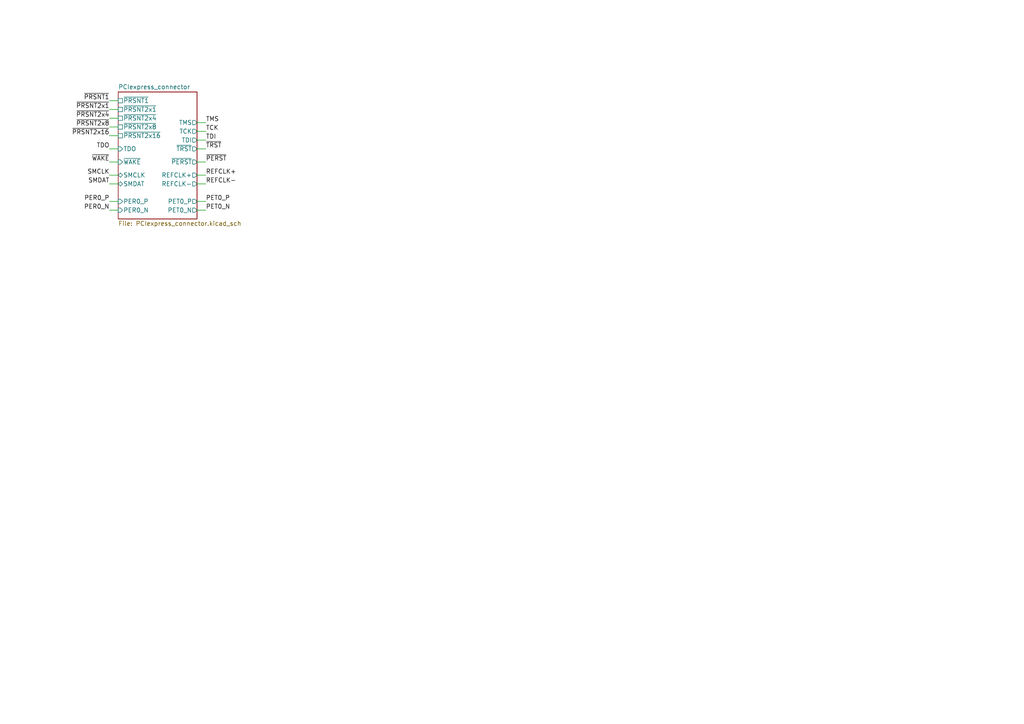
<source format=kicad_sch>
(kicad_sch
	(version 20250114)
	(generator "eeschema")
	(generator_version "9.0")
	(uuid "cdadc36c-00fd-4ef1-8fff-58c3bde70053")
	(paper "A4")
	(title_block
		(title "PCIexpress_x1_half")
		(company "Author: Luca Anastasio")
	)
	(lib_symbols)
	(wire
		(pts
			(xy 57.15 38.1) (xy 59.69 38.1)
		)
		(stroke
			(width 0)
			(type default)
		)
		(uuid "0a6c5070-048e-484c-913e-472bbaeeced6")
	)
	(wire
		(pts
			(xy 31.75 53.34) (xy 34.29 53.34)
		)
		(stroke
			(width 0)
			(type default)
		)
		(uuid "0f10634a-2e7f-416a-bfee-6bf05e2239a3")
	)
	(wire
		(pts
			(xy 31.75 46.99) (xy 34.29 46.99)
		)
		(stroke
			(width 0)
			(type default)
		)
		(uuid "32562a4c-dfd0-4bf8-b1b2-0e739fbce79c")
	)
	(wire
		(pts
			(xy 57.15 60.96) (xy 59.69 60.96)
		)
		(stroke
			(width 0)
			(type default)
		)
		(uuid "351a3b83-9640-4ead-ab68-f270544e0557")
	)
	(wire
		(pts
			(xy 31.75 34.29) (xy 34.29 34.29)
		)
		(stroke
			(width 0)
			(type default)
		)
		(uuid "4364dafb-2ce9-4e59-89f4-e3d86c2a572e")
	)
	(wire
		(pts
			(xy 57.15 58.42) (xy 59.69 58.42)
		)
		(stroke
			(width 0)
			(type default)
		)
		(uuid "43ed562e-217d-4dda-a1a7-1043308e22e1")
	)
	(wire
		(pts
			(xy 31.75 36.83) (xy 34.29 36.83)
		)
		(stroke
			(width 0)
			(type default)
		)
		(uuid "4b2cc28d-7d29-4c0d-80b3-c2b3af4e53ca")
	)
	(wire
		(pts
			(xy 57.15 40.64) (xy 59.69 40.64)
		)
		(stroke
			(width 0)
			(type default)
		)
		(uuid "5a2dd79f-9c8c-49df-9893-1390254f5cbc")
	)
	(wire
		(pts
			(xy 57.15 46.99) (xy 59.69 46.99)
		)
		(stroke
			(width 0)
			(type default)
		)
		(uuid "5fb9a538-4f87-4880-907a-a5ace6503bae")
	)
	(wire
		(pts
			(xy 31.75 29.21) (xy 34.29 29.21)
		)
		(stroke
			(width 0)
			(type default)
		)
		(uuid "6660f430-f5fd-43f3-bd31-4ebb253b3ca8")
	)
	(wire
		(pts
			(xy 57.15 35.56) (xy 59.69 35.56)
		)
		(stroke
			(width 0)
			(type default)
		)
		(uuid "696e9973-4f0c-4730-8d36-014a13e5c995")
	)
	(wire
		(pts
			(xy 31.75 43.18) (xy 34.29 43.18)
		)
		(stroke
			(width 0)
			(type default)
		)
		(uuid "6da7f86c-6657-4156-a62b-0f6ea6d0bd68")
	)
	(wire
		(pts
			(xy 57.15 43.18) (xy 59.69 43.18)
		)
		(stroke
			(width 0)
			(type default)
		)
		(uuid "8660d077-ce6d-449f-b539-ae642060fa88")
	)
	(wire
		(pts
			(xy 57.15 53.34) (xy 59.69 53.34)
		)
		(stroke
			(width 0)
			(type default)
		)
		(uuid "8ca5d18f-388e-4634-b871-f8e9c1fd0e99")
	)
	(wire
		(pts
			(xy 31.75 58.42) (xy 34.29 58.42)
		)
		(stroke
			(width 0)
			(type default)
		)
		(uuid "93141209-c93d-448a-abd6-999a67dac472")
	)
	(wire
		(pts
			(xy 31.75 50.8) (xy 34.29 50.8)
		)
		(stroke
			(width 0)
			(type default)
		)
		(uuid "ae2115c1-80e8-42ec-a671-40978f100b8e")
	)
	(wire
		(pts
			(xy 31.75 39.37) (xy 34.29 39.37)
		)
		(stroke
			(width 0)
			(type default)
		)
		(uuid "b4fd99c2-3e86-410e-b914-180d37b9ced2")
	)
	(wire
		(pts
			(xy 31.75 31.75) (xy 34.29 31.75)
		)
		(stroke
			(width 0)
			(type default)
		)
		(uuid "bfce2ebd-6373-4dd9-8661-f67ae9c0072e")
	)
	(wire
		(pts
			(xy 57.15 50.8) (xy 59.69 50.8)
		)
		(stroke
			(width 0)
			(type default)
		)
		(uuid "d8481e6c-06a1-4910-afb7-402504b05300")
	)
	(wire
		(pts
			(xy 31.75 60.96) (xy 34.29 60.96)
		)
		(stroke
			(width 0)
			(type default)
		)
		(uuid "ea57569e-1d90-4897-8822-1a6819b535cc")
	)
	(label "~{WAKE}"
		(at 31.75 46.99 180)
		(effects
			(font
				(size 1.27 1.27)
			)
			(justify right bottom)
		)
		(uuid "13fc6b30-761b-4388-b799-0e027bc23054")
	)
	(label "~{PRSNT1}"
		(at 31.75 29.21 180)
		(effects
			(font
				(size 1.27 1.27)
			)
			(justify right bottom)
		)
		(uuid "3389413e-2b93-433b-8e95-12e78e693466")
	)
	(label "~{PRSNT2x16}"
		(at 31.75 39.37 180)
		(effects
			(font
				(size 1.27 1.27)
			)
			(justify right bottom)
		)
		(uuid "3f774e21-bb13-47bb-8141-0cece310aa29")
	)
	(label "PET0_P"
		(at 59.69 58.42 0)
		(effects
			(font
				(size 1.27 1.27)
			)
			(justify left bottom)
		)
		(uuid "40f366a1-fa41-47cc-84c4-718877cdc365")
	)
	(label "SMDAT"
		(at 31.75 53.34 180)
		(effects
			(font
				(size 1.27 1.27)
			)
			(justify right bottom)
		)
		(uuid "43e4725e-7307-4d06-967c-d5cbcbf90df3")
	)
	(label "~{PERST}"
		(at 59.69 46.99 0)
		(effects
			(font
				(size 1.27 1.27)
			)
			(justify left bottom)
		)
		(uuid "47a11c42-89ed-4e04-9fda-f26c4fd56e3b")
	)
	(label "~{PRSNT2x4}"
		(at 31.75 34.29 180)
		(effects
			(font
				(size 1.27 1.27)
			)
			(justify right bottom)
		)
		(uuid "4bc73d6e-9310-4517-851c-aa52e7bfb1aa")
	)
	(label "PER0_P"
		(at 31.75 58.42 180)
		(effects
			(font
				(size 1.27 1.27)
			)
			(justify right bottom)
		)
		(uuid "605c910a-9d27-42fe-b5d5-d608cee25c6b")
	)
	(label "TDI"
		(at 59.69 40.64 0)
		(effects
			(font
				(size 1.27 1.27)
			)
			(justify left bottom)
		)
		(uuid "6f365dda-79e0-4a8e-8320-49542c390141")
	)
	(label "TMS"
		(at 59.69 35.56 0)
		(effects
			(font
				(size 1.27 1.27)
			)
			(justify left bottom)
		)
		(uuid "73fe02ab-7b43-4ec2-85dd-61872c2edf08")
	)
	(label "REFCLK-"
		(at 59.69 53.34 0)
		(effects
			(font
				(size 1.27 1.27)
			)
			(justify left bottom)
		)
		(uuid "76e3e9a0-e05a-4f2f-94a1-d73b80f1bcb1")
	)
	(label "TDO"
		(at 31.75 43.18 180)
		(effects
			(font
				(size 1.27 1.27)
			)
			(justify right bottom)
		)
		(uuid "861b6042-39a0-4ecf-88c3-de7d03e71edc")
	)
	(label "~{PRSNT2x8}"
		(at 31.75 36.83 180)
		(effects
			(font
				(size 1.27 1.27)
			)
			(justify right bottom)
		)
		(uuid "a3652b01-acf7-417d-9002-e7c591923e3d")
	)
	(label "TCK"
		(at 59.69 38.1 0)
		(effects
			(font
				(size 1.27 1.27)
			)
			(justify left bottom)
		)
		(uuid "a4d0abfa-8a72-4754-9b12-599e1f3abe66")
	)
	(label "PER0_N"
		(at 31.75 60.96 180)
		(effects
			(font
				(size 1.27 1.27)
			)
			(justify right bottom)
		)
		(uuid "a5c5eae3-a2ad-4f84-af60-e31c0ce8dfa6")
	)
	(label "SMCLK"
		(at 31.75 50.8 180)
		(effects
			(font
				(size 1.27 1.27)
			)
			(justify right bottom)
		)
		(uuid "ae0058c5-a875-467a-a409-d312fa094c5d")
	)
	(label "REFCLK+"
		(at 59.69 50.8 0)
		(effects
			(font
				(size 1.27 1.27)
			)
			(justify left bottom)
		)
		(uuid "b276951e-e2a6-4fed-962a-d5b75cd0dab1")
	)
	(label "~{TRST}"
		(at 59.69 43.18 0)
		(effects
			(font
				(size 1.27 1.27)
			)
			(justify left bottom)
		)
		(uuid "c199bb7b-7606-47a2-8607-eff83ca73c0d")
	)
	(label "~{PRSNT2x1}"
		(at 31.75 31.75 180)
		(effects
			(font
				(size 1.27 1.27)
			)
			(justify right bottom)
		)
		(uuid "c5ce3598-e051-4e40-8f6f-672fb6523fb2")
	)
	(label "PET0_N"
		(at 59.69 60.96 0)
		(effects
			(font
				(size 1.27 1.27)
			)
			(justify left bottom)
		)
		(uuid "db491065-0ca7-43d0-9192-590681bbe027")
	)
	(sheet
		(at 34.29 26.67)
		(size 22.86 36.83)
		(exclude_from_sim no)
		(in_bom yes)
		(on_board yes)
		(dnp no)
		(fields_autoplaced yes)
		(stroke
			(width 0)
			(type solid)
		)
		(fill
			(color 0 0 0 0.0000)
		)
		(uuid "00000000-0000-0000-0000-00005d508b15")
		(property "Sheetname" "PCIexpress_connector"
			(at 34.29 25.9584 0)
			(effects
				(font
					(size 1.27 1.27)
				)
				(justify left bottom)
			)
		)
		(property "Sheetfile" "PCIexpress_connector.kicad_sch"
			(at 34.29 64.0846 0)
			(effects
				(font
					(size 1.27 1.27)
				)
				(justify left top)
			)
		)
		(pin "PET0_P" output
			(at 57.15 58.42 0)
			(uuid "76830ede-664d-42d5-8aa9-035c32400b0e")
			(effects
				(font
					(size 1.27 1.27)
				)
				(justify right)
			)
		)
		(pin "PET0_N" output
			(at 57.15 60.96 0)
			(uuid "8a7dcd8b-09dc-43a2-86f2-f2879e989f2c")
			(effects
				(font
					(size 1.27 1.27)
				)
				(justify right)
			)
		)
		(pin "REFCLK+" output
			(at 57.15 50.8 0)
			(uuid "dce4d429-e17b-43d0-9d63-226047e97c59")
			(effects
				(font
					(size 1.27 1.27)
				)
				(justify right)
			)
		)
		(pin "REFCLK-" output
			(at 57.15 53.34 0)
			(uuid "29d9344c-95ce-4fbe-9123-d2aeae3e2b44")
			(effects
				(font
					(size 1.27 1.27)
				)
				(justify right)
			)
		)
		(pin "~{PRSNT2x16}" passive
			(at 34.29 39.37 180)
			(uuid "0ff82afd-b218-42ea-92ad-ba589c84f9e6")
			(effects
				(font
					(size 1.27 1.27)
				)
				(justify left)
			)
		)
		(pin "TDO" input
			(at 34.29 43.18 180)
			(uuid "34abed96-d1b9-478c-9660-48bf833cd79e")
			(effects
				(font
					(size 1.27 1.27)
				)
				(justify left)
			)
		)
		(pin "TMS" output
			(at 57.15 35.56 0)
			(uuid "2c9cb917-a9f0-45ce-9bf6-ddeef55d69b5")
			(effects
				(font
					(size 1.27 1.27)
				)
				(justify right)
			)
		)
		(pin "TDI" output
			(at 57.15 40.64 0)
			(uuid "f5f633da-2744-45d9-a81c-4b9a1d13b26a")
			(effects
				(font
					(size 1.27 1.27)
				)
				(justify right)
			)
		)
		(pin "TCK" output
			(at 57.15 38.1 0)
			(uuid "4db98597-3abe-44c5-ad8e-e4fcbb498530")
			(effects
				(font
					(size 1.27 1.27)
				)
				(justify right)
			)
		)
		(pin "~{WAKE}" input
			(at 34.29 46.99 180)
			(uuid "6ca3d1e5-9ea1-4e6c-bd2c-23836e3c3acc")
			(effects
				(font
					(size 1.27 1.27)
				)
				(justify left)
			)
		)
		(pin "~{TRST}" output
			(at 57.15 43.18 0)
			(uuid "0d9960d6-9ec8-494e-858b-053698aaea94")
			(effects
				(font
					(size 1.27 1.27)
				)
				(justify right)
			)
		)
		(pin "SMCLK" bidirectional
			(at 34.29 50.8 180)
			(uuid "133f1b69-fb96-4db9-80a9-c41137613ef1")
			(effects
				(font
					(size 1.27 1.27)
				)
				(justify left)
			)
		)
		(pin "SMDAT" bidirectional
			(at 34.29 53.34 180)
			(uuid "a100fb31-0004-496c-8474-f23b7e416fdf")
			(effects
				(font
					(size 1.27 1.27)
				)
				(justify left)
			)
		)
		(pin "~{PERST}" output
			(at 57.15 46.99 0)
			(uuid "fb9dcf4c-a8b8-4432-a525-47302b9bc668")
			(effects
				(font
					(size 1.27 1.27)
				)
				(justify right)
			)
		)
		(pin "~{PRSNT1}" passive
			(at 34.29 29.21 180)
			(uuid "48772c73-5804-4974-9b75-0d98ed2cf12f")
			(effects
				(font
					(size 1.27 1.27)
				)
				(justify left)
			)
		)
		(pin "~{PRSNT2x8}" passive
			(at 34.29 36.83 180)
			(uuid "606a3556-c104-4c10-80cb-d9f5273b1434")
			(effects
				(font
					(size 1.27 1.27)
				)
				(justify left)
			)
		)
		(pin "~{PRSNT2x4}" passive
			(at 34.29 34.29 180)
			(uuid "0d1f4c01-5c5b-4afe-b680-2dcd35c8967d")
			(effects
				(font
					(size 1.27 1.27)
				)
				(justify left)
			)
		)
		(pin "~{PRSNT2x1}" passive
			(at 34.29 31.75 180)
			(uuid "0b0cd856-6b71-41c1-9b58-084dc613b5e3")
			(effects
				(font
					(size 1.27 1.27)
				)
				(justify left)
			)
		)
		(pin "PER0_N" input
			(at 34.29 60.96 180)
			(uuid "d00303a5-8e70-4801-a0fe-1301273c62d9")
			(effects
				(font
					(size 1.27 1.27)
				)
				(justify left)
			)
		)
		(pin "PER0_P" input
			(at 34.29 58.42 180)
			(uuid "d80bb940-ec1e-48d9-9a4a-2710db5ac34f")
			(effects
				(font
					(size 1.27 1.27)
				)
				(justify left)
			)
		)
		(instances
			(project "PCIexpress_x1_half"
				(path "/cdadc36c-00fd-4ef1-8fff-58c3bde70053"
					(page "2")
				)
			)
		)
	)
	(sheet_instances
		(path "/"
			(page "1")
		)
	)
	(embedded_fonts no)
)

</source>
